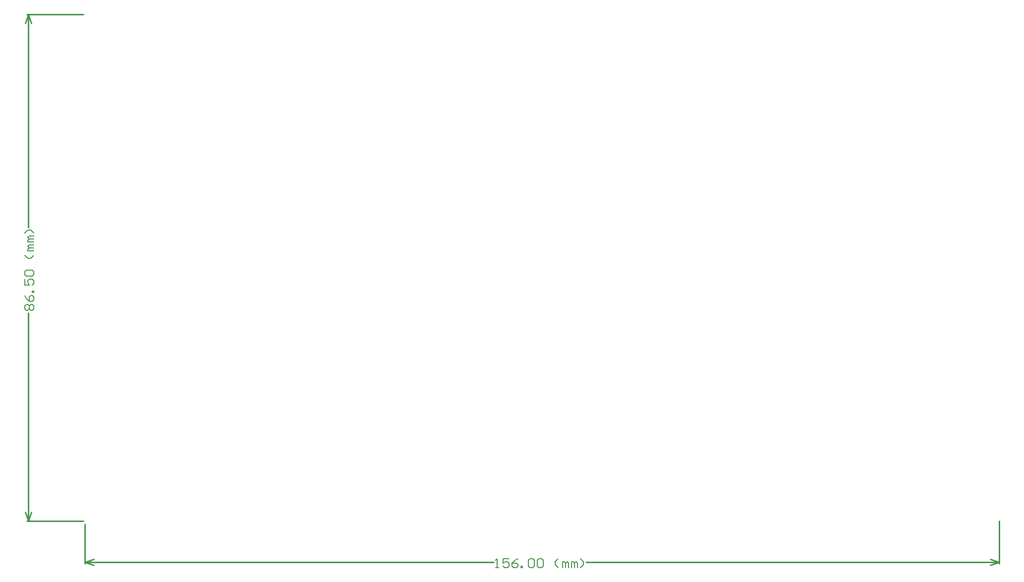
<source format=gm1>
%FSLAX42Y42*%
%MOMM*%
G71*
G01*
G75*
%ADD10C,0.20*%
%ADD11O,1.00X1.80*%
%ADD12R,1.00X1.80*%
%ADD13R,3.40X3.00*%
%ADD14R,1.10X1.00*%
%ADD15R,2.20X0.60*%
%ADD16R,1.50X1.30*%
%ADD17R,2.70X3.00*%
%ADD18R,2.60X2.00*%
%ADD19R,1.80X1.00*%
%ADD20O,1.80X1.00*%
%ADD21R,1.30X1.50*%
%ADD22R,1.00X0.85*%
%ADD23R,4.00X3.50*%
%ADD24R,2.00X1.00*%
%ADD25R,7.00X2.80*%
%ADD26R,0.60X1.50*%
%ADD27R,1.80X1.60*%
%ADD28R,2.50X2.70*%
%ADD29R,17.00X11.00*%
%ADD30C,0.25*%
%ADD31C,1.50*%
%ADD32C,2.00*%
%ADD33C,0.30*%
%ADD34C,1.00*%
%ADD35C,0.80*%
%ADD36C,0.40*%
%ADD37C,0.50*%
%ADD38R,3.00X11.50*%
%ADD39R,12.25X11.00*%
%ADD40R,13.50X1.20*%
%ADD41R,3.00X4.40*%
%ADD42R,0.80X4.00*%
%ADD43R,4.55X0.80*%
%ADD44R,7.75X5.25*%
%ADD45R,11.50X1.75*%
%ADD46R,11.75X1.25*%
%ADD47R,2.25X3.90*%
%ADD48R,3.50X23.00*%
%ADD49R,8.25X7.00*%
%ADD50C,4.50*%
%ADD51C,1.50*%
%ADD52R,1.50X1.50*%
%ADD53C,3.25*%
%ADD54C,3.00*%
%ADD55R,1.30X1.30*%
%ADD56C,1.30*%
%ADD57R,1.60X1.60*%
%ADD58C,1.60*%
%ADD59C,2.00*%
%ADD60C,2.50*%
%ADD61R,1.70X1.70*%
%ADD62C,1.70*%
%ADD63C,1.40*%
%ADD64C,1.00*%
%ADD65C,0.60*%
%ADD66C,1.20*%
%ADD67C,0.90*%
%ADD68R,0.85X1.00*%
%ADD69R,1.60X1.80*%
%ADD70R,1.25X1.60*%
%ADD71O,1.25X1.60*%
%ADD72C,0.60*%
%ADD73C,0.25*%
%ADD74R,0.68X5.20*%
%ADD75C,0.13*%
%ADD76R,0.80X0.50*%
%ADD77R,1.61X0.20*%
%ADD78C,0.06*%
%ADD79R,1.70X0.40*%
%ADD80R,7.00X1.50*%
%ADD81R,3.00X12.00*%
%ADD82R,2.00X2.00*%
%ADD83R,2.00X2.00*%
%ADD84O,1.20X2.00*%
%ADD85R,1.20X2.00*%
%ADD86R,3.60X3.20*%
%ADD87R,1.30X1.20*%
%ADD88R,2.40X0.80*%
%ADD89R,1.70X1.50*%
%ADD90R,2.90X3.20*%
%ADD91R,2.80X2.20*%
%ADD92R,2.00X1.20*%
%ADD93O,2.00X1.20*%
%ADD94R,1.50X1.70*%
%ADD95R,1.20X1.05*%
%ADD96R,4.20X3.70*%
%ADD97R,2.20X1.20*%
%ADD98R,7.20X3.00*%
%ADD99R,0.80X1.70*%
%ADD100R,2.00X1.80*%
%ADD101R,2.70X2.90*%
%ADD102R,17.20X11.20*%
%ADD103C,4.70*%
%ADD104C,1.70*%
%ADD105R,1.70X1.70*%
%ADD106C,3.45*%
%ADD107C,3.20*%
%ADD108R,1.50X1.50*%
%ADD109C,1.50*%
%ADD110R,1.80X1.80*%
%ADD111C,1.80*%
%ADD112C,2.20*%
%ADD113C,2.70*%
%ADD114R,1.90X1.90*%
%ADD115C,1.90*%
%ADD116C,1.60*%
%ADD117C,1.20*%
%ADD118C,0.80*%
%ADD119C,1.40*%
%ADD120C,1.10*%
%ADD121R,1.05X1.20*%
%ADD122R,1.80X2.00*%
%ADD123R,1.45X1.80*%
%ADD124O,1.45X1.80*%
%ADD125C,0.00*%
%ADD126C,0.15*%
D30*
X15600Y-9381D02*
Y-8650D01*
X0Y-9381D02*
Y-8700D01*
X8549Y-9356D02*
X15600D01*
X0D02*
X6970D01*
X15448Y-9305D02*
X15600Y-9356D01*
X15448Y-9407D02*
X15600Y-9356D01*
X0D02*
X152Y-9407D01*
X0Y-9356D02*
X152Y-9305D01*
X-991Y0D02*
X-25D01*
X-991Y-8650D02*
X-25D01*
X-966Y-3639D02*
Y0D01*
Y-8650D02*
Y-5092D01*
X-1017Y-152D02*
X-966Y0D01*
X-915Y-152D01*
X-966Y-8650D02*
X-915Y-8498D01*
X-1017D02*
X-966Y-8650D01*
D126*
X7010Y-9447D02*
X7061D01*
X7036D01*
Y-9295D01*
X7010Y-9320D01*
X7239Y-9295D02*
X7137D01*
Y-9371D01*
X7188Y-9346D01*
X7213D01*
X7239Y-9371D01*
Y-9422D01*
X7213Y-9447D01*
X7163D01*
X7137Y-9422D01*
X7391Y-9295D02*
X7340Y-9320D01*
X7290Y-9371D01*
Y-9422D01*
X7315Y-9447D01*
X7366D01*
X7391Y-9422D01*
Y-9396D01*
X7366Y-9371D01*
X7290D01*
X7442Y-9447D02*
Y-9422D01*
X7467D01*
Y-9447D01*
X7442D01*
X7569Y-9320D02*
X7594Y-9295D01*
X7645D01*
X7670Y-9320D01*
Y-9422D01*
X7645Y-9447D01*
X7594D01*
X7569Y-9422D01*
Y-9320D01*
X7721D02*
X7747Y-9295D01*
X7797D01*
X7823Y-9320D01*
Y-9422D01*
X7797Y-9447D01*
X7747D01*
X7721Y-9422D01*
Y-9320D01*
X8077Y-9447D02*
X8026Y-9396D01*
Y-9346D01*
X8077Y-9295D01*
X8153Y-9447D02*
Y-9346D01*
X8178D01*
X8204Y-9371D01*
Y-9447D01*
Y-9371D01*
X8229Y-9346D01*
X8254Y-9371D01*
Y-9447D01*
X8305D02*
Y-9346D01*
X8331D01*
X8356Y-9371D01*
Y-9447D01*
Y-9371D01*
X8381Y-9346D01*
X8407Y-9371D01*
Y-9447D01*
X8458D02*
X8508Y-9396D01*
Y-9346D01*
X8458Y-9295D01*
X-1002Y-5051D02*
X-1027Y-5026D01*
Y-4975D01*
X-1002Y-4950D01*
X-976D01*
X-951Y-4975D01*
X-925Y-4950D01*
X-900D01*
X-875Y-4975D01*
Y-5026D01*
X-900Y-5051D01*
X-925D01*
X-951Y-5026D01*
X-976Y-5051D01*
X-1002D01*
X-951Y-5026D02*
Y-4975D01*
X-1027Y-4797D02*
X-1002Y-4848D01*
X-951Y-4899D01*
X-900D01*
X-875Y-4873D01*
Y-4823D01*
X-900Y-4797D01*
X-925D01*
X-951Y-4823D01*
Y-4899D01*
X-875Y-4747D02*
X-900D01*
Y-4721D01*
X-875D01*
Y-4747D01*
X-1027Y-4518D02*
Y-4620D01*
X-951D01*
X-976Y-4569D01*
Y-4543D01*
X-951Y-4518D01*
X-900D01*
X-875Y-4543D01*
Y-4594D01*
X-900Y-4620D01*
X-1002Y-4467D02*
X-1027Y-4442D01*
Y-4391D01*
X-1002Y-4366D01*
X-900D01*
X-875Y-4391D01*
Y-4442D01*
X-900Y-4467D01*
X-1002D01*
X-875Y-4112D02*
X-925Y-4163D01*
X-976D01*
X-1027Y-4112D01*
X-875Y-4036D02*
X-976D01*
Y-4010D01*
X-951Y-3985D01*
X-875D01*
X-951D01*
X-976Y-3959D01*
X-951Y-3934D01*
X-875D01*
Y-3883D02*
X-976D01*
Y-3858D01*
X-951Y-3832D01*
X-875D01*
X-951D01*
X-976Y-3807D01*
X-951Y-3782D01*
X-875D01*
Y-3731D02*
X-925Y-3680D01*
X-976D01*
X-1027Y-3731D01*
M02*

</source>
